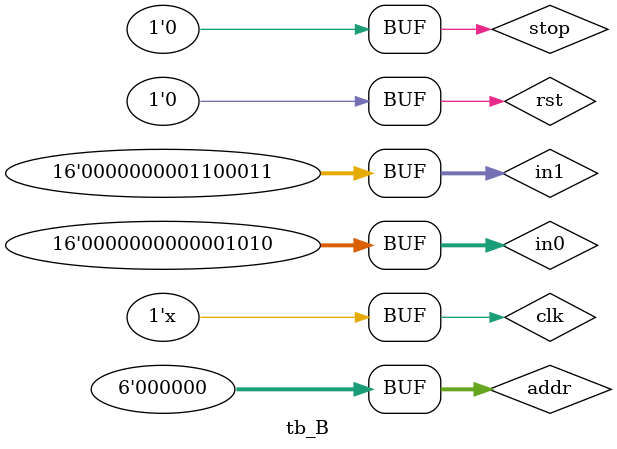
<source format=v>
`timescale 1 ps / 1 ps
module tb_B();
  parameter N= 40;
  parameter B= 16;
  reg [B-1:0] in0, in1;
  wire [N*B-1:0] out;
  reg [5:0] addr;
  reg stop,rst,clk;
  
  shiftregin #(B) SHRin(.in0(in0),.in1(in1),.out(out),.addr(addr),.mode(stop),.rst(rst),.clk(clk));
  
  
  initial begin
  clk = 1'b0;
  rst = 1'b0;
  addr = 6'd0;
  stop = 1'b0;
  in0 = 16'd1;
  in1 = 16'd99;
  #300 rst = 1'b1;
  #100 rst = 1'b0;
  in0 = 16'd12;
  #100 in0 = 16'd123;
  #100 in0 = 16'd1234;
  #100 in0 = 16'd12345;
  #100 in0 = 16'd1;
  #100 in0 = 16'd2;
  #100 in0 = 16'd3;
  #100 in0 = 16'd4;
  #100 in0 = 16'd5;
  #100 in0 = 16'd6;
  stop = 1'b1;
  addr = 6'd4;
  #100 in0 = 16'd7;
  #100 in0 = 16'd8;
  addr = 1'd0;
  #100 in0 = 16'd9;
  #100 in0 = 16'd10;
  stop = 1'b0;
  end
  
  always #50 clk = !clk;
endmodule
</source>
